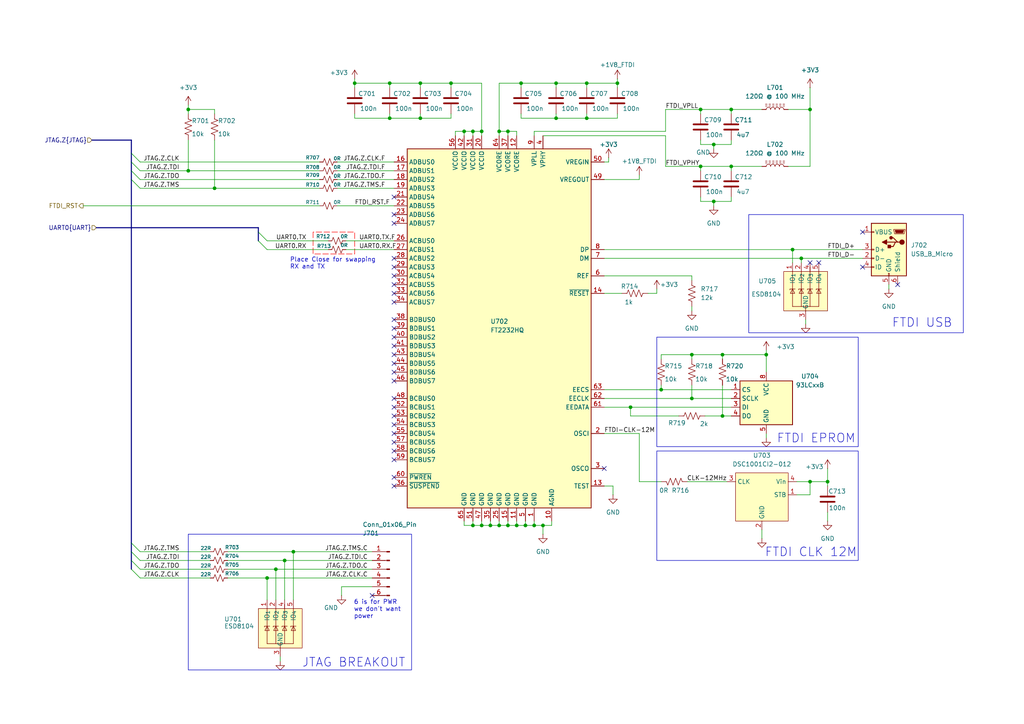
<source format=kicad_sch>
(kicad_sch (version 20250114) (generator "eeschema") (generator_version "9.0")
  (paper "A4")
  (title_block (title "JTAG Proggrammer") (date "2025-09-13") (rev "A"))
  (lib_symbols
    (symbol "Connector:Conn_01x06_Pin" (pin_names (offset 1.016) (hide yes))
      (property "Reference" "J" (at 0 7.62 0))
      (property "Value" "Conn_01x06_Pin" (at 0 -10.16 0))
      (symbol "Conn_01x06_Pin_1_1"
        (rectangle (start 0.8636 5.207) (end 0 4.953) (stroke (width 0.1524)) (fill (type outline)))
        (rectangle (start 0.8636 2.667) (end 0 2.413) (stroke (width 0.1524)) (fill (type outline)))
        (rectangle (start 0.8636 0.127) (end 0 -0.127) (stroke (width 0.1524)) (fill (type outline)))
        (rectangle (start 0.8636 -2.413) (end 0 -2.667) (stroke (width 0.1524)) (fill (type outline)))
        (rectangle (start 0.8636 -4.953) (end 0 -5.207) (stroke (width 0.1524)) (fill (type outline)))
        (rectangle (start 0.8636 -7.493) (end 0 -7.747) (stroke (width 0.1524)) (fill (type outline)))
        (polyline (pts (xy 1.27 5.08) (xy 0.8636 5.08)) (stroke (width 0.1524)))
        (polyline (pts (xy 1.27 2.54) (xy 0.8636 2.54)) (stroke (width 0.1524)))
        (polyline (pts (xy 1.27 0) (xy 0.8636 0)) (stroke (width 0.1524)))
        (polyline (pts (xy 1.27 -2.54) (xy 0.8636 -2.54)) (stroke (width 0.1524)))
        (polyline (pts (xy 1.27 -5.08) (xy 0.8636 -5.08)) (stroke (width 0.1524)))
        (polyline (pts (xy 1.27 -7.62) (xy 0.8636 -7.62)) (stroke (width 0.1524)))
        (pin passive line (at 5.08 5.08 180) (length 3.81) (name "Pin_1") (number "1"))
        (pin passive line (at 5.08 2.54 180) (length 3.81) (name "Pin_2") (number "2"))
        (pin passive line (at 5.08 0 180) (length 3.81) (name "Pin_3") (number "3"))
        (pin passive line (at 5.08 -2.54 180) (length 3.81) (name "Pin_4") (number "4"))
        (pin passive line (at 5.08 -5.08 180) (length 3.81) (name "Pin_5") (number "5"))
        (pin passive line (at 5.08 -7.62 180) (length 3.81) (name "Pin_6") (number "6"))
      )
    )
    (symbol "Connector:USB_B_Micro" (pin_names (offset 1.016))
      (property "Reference" "J" (at -5.08 11.43 0))
      (property "Value" "USB_B_Micro" (at -5.08 8.89 0))
      (symbol "USB_B_Micro_0_1"
        (rectangle (start -5.08 -7.62) (end 5.08 7.62) (stroke (width 0.254)) (fill (type background)))
        (polyline (pts (xy -4.699 5.842) (xy -4.699 5.588) (xy -4.445 4.826) (xy -4.445 4.572) (xy -1.651 4.572) (xy -1.651 4.826) (xy -1.397 5.588) (xy -1.397 5.842) (xy -4.699 5.842)))
        (polyline (pts (xy -4.318 5.588) (xy -1.778 5.588) (xy -2.032 4.826) (xy -4.064 4.826) (xy -4.318 5.588)) (fill (type outline)))
        (circle (center -3.81 2.159) (radius 0.635) (stroke (width 0.254)) (fill (type outline)))
        (polyline (pts (xy -3.175 2.159) (xy -2.54 2.159) (xy -1.27 3.429) (xy -0.635 3.429)) (stroke (width 0.254)))
        (polyline (pts (xy -2.54 2.159) (xy -1.905 2.159) (xy -1.27 0.889) (xy 0 0.889)) (stroke (width 0.254)))
        (polyline (pts (xy -1.905 2.159) (xy 0.635 2.159)) (stroke (width 0.254)))
        (circle (center -0.635 3.429) (radius 0.381) (stroke (width 0.254)) (fill (type outline)))
        (rectangle (start -0.127 -7.62) (end 0.127 -6.858))
        (rectangle (start 0.254 1.27) (end -0.508 0.508) (stroke (width 0.254)) (fill (type outline)))
        (polyline (pts (xy 0.635 2.794) (xy 0.635 1.524) (xy 1.905 2.159) (xy 0.635 2.794)) (stroke (width 0.254)) (fill (type outline)))
        (rectangle (start 5.08 4.953) (end 4.318 5.207))
        (rectangle (start 5.08 -0.127) (end 4.318 0.127))
        (rectangle (start 5.08 -2.667) (end 4.318 -2.413))
        (rectangle (start 5.08 -5.207) (end 4.318 -4.953))
      )
      (symbol "USB_B_Micro_1_1"
        (pin passive line (at -2.54 -10.16 90) (length 2.54) (name "Shield") (number "6"))
        (pin power_out line (at 0 -10.16 90) (length 2.54) (name "GND") (number "5"))
        (pin power_out line (at 7.62 5.08 180) (length 2.54) (name "VBUS") (number "1"))
        (pin bidirectional line (at 7.62 0 180) (length 2.54) (name "D+") (number "3"))
        (pin bidirectional line (at 7.62 -2.54 180) (length 2.54) (name "D-") (number "2"))
        (pin passive line (at 7.62 -5.08 180) (length 2.54) (name "ID") (number "4"))
      )
    )
    (symbol "Device:C" (pin_numbers (hide yes)) (pin_names (offset 0.254))
      (property "Reference" "C" (at 0.635 2.54 0))
      (property "Value" "C" (at 0.635 -2.54 0))
      (symbol "C_0_1"
        (polyline (pts (xy -2.032 0.762) (xy 2.032 0.762)) (stroke (width 0.508)))
        (polyline (pts (xy -2.032 -0.762) (xy 2.032 -0.762)) (stroke (width 0.508)))
      )
      (symbol "C_1_1"
        (pin passive line (at 0 3.81 270) (length 2.794) (name "~") (number "1"))
        (pin passive line (at 0 -3.81 90) (length 2.794) (name "~") (number "2"))
      )
    )
    (symbol "Device:L_Ferrite" (pin_numbers (hide yes)) (pin_names (offset 1.016) (hide yes))
      (property "Reference" "L" (at -1.27 0 90))
      (property "Value" "L_Ferrite" (at 2.794 0 90))
      (symbol "L_Ferrite_0_1"
        (arc (start 0 2.54) (mid 0.6323 1.905) (end 0 1.27))
        (arc (start 0 1.27) (mid 0.6323 0.635) (end 0 0))
        (arc (start 0 0) (mid 0.6323 -0.635) (end 0 -1.27))
        (arc (start 0 -1.27) (mid 0.6323 -1.905) (end 0 -2.54))
        (polyline (pts (xy 1.016 2.286) (xy 1.016 2.794)))
        (polyline (pts (xy 1.016 1.27) (xy 1.016 1.778)))
        (polyline (pts (xy 1.016 0.254) (xy 1.016 0.762)))
        (polyline (pts (xy 1.016 -0.762) (xy 1.016 -0.254)))
        (polyline (pts (xy 1.016 -1.778) (xy 1.016 -1.27)))
        (polyline (pts (xy 1.016 -2.794) (xy 1.016 -2.286)))
        (polyline (pts (xy 1.524 2.794) (xy 1.524 2.286)))
        (polyline (pts (xy 1.524 1.778) (xy 1.524 1.27)))
        (polyline (pts (xy 1.524 0.762) (xy 1.524 0.254)))
        (polyline (pts (xy 1.524 -0.254) (xy 1.524 -0.762)))
        (polyline (pts (xy 1.524 -1.27) (xy 1.524 -1.778)))
        (polyline (pts (xy 1.524 -2.286) (xy 1.524 -2.794)))
      )
      (symbol "L_Ferrite_1_1"
        (pin passive line (at 0 3.81 270) (length 1.27) (name "1") (number "1"))
        (pin passive line (at 0 -3.81 90) (length 1.27) (name "2") (number "2"))
      )
    )
    (symbol "Device:R_Small_US" (pin_numbers (hide yes)) (pin_names (offset 0.254) (hide yes))
      (property "Reference" "R" (at 0.762 0.508 0))
      (property "Value" "R_Small_US" (at 0.762 -1.016 0))
      (symbol "R_Small_US_1_1"
        (polyline (pts (xy 0 1.524) (xy 1.016 1.143) (xy 0 0.762) (xy -1.016 0.381) (xy 0 0)))
        (polyline (pts (xy 0 0) (xy 1.016 -0.381) (xy 0 -0.762) (xy -1.016 -1.143) (xy 0 -1.524)))
        (pin passive line (at 0 2.54 270) (length 1.016) (name "~") (number "1"))
        (pin passive line (at 0 -2.54 90) (length 1.016) (name "~") (number "2"))
      )
    )
    (symbol "Device:R_US" (pin_numbers (hide yes)) (pin_names (offset 0))
      (property "Reference" "R" (at 2.54 0 90))
      (property "Value" "R_US" (at -2.54 0 90))
      (symbol "R_US_0_1"
        (polyline (pts (xy 0 2.286) (xy 0 2.54)))
        (polyline (pts (xy 0 2.286) (xy 1.016 1.905) (xy 0 1.524) (xy -1.016 1.143) (xy 0 0.762)))
        (polyline (pts (xy 0 0.762) (xy 1.016 0.381) (xy 0 0) (xy -1.016 -0.381) (xy 0 -0.762)))
        (polyline (pts (xy 0 -0.762) (xy 1.016 -1.143) (xy 0 -1.524) (xy -1.016 -1.905) (xy 0 -2.286)))
        (polyline (pts (xy 0 -2.286) (xy 0 -2.54)))
      )
      (symbol "R_US_1_1"
        (pin passive line (at 0 3.81 270) (length 1.27) (name "~") (number "1"))
        (pin passive line (at 0 -3.81 90) (length 1.27) (name "~") (number "2"))
      )
    )
    (symbol "Interface_USB:FT2232HQ"
      (property "Reference" "U702" (at 2.54 2.032 0))
      (property "Value" "FT2232HQ" (at 2.54 -0.508 0))
      (symbol "FT2232HQ_0_1"
        (rectangle (start -26.67 -52.07) (end 26.67 52.07) (stroke (width 0.254)) (fill (type background)))
      )
      (symbol "FT2232HQ_1_1"
        (pin power_in line (at -30.48 48.26 0) (length 3.81) (name "VREGIN") (number "50"))
        (pin power_out line (at -30.48 43.18 0) (length 3.81) (name "VREGOUT") (number "49"))
        (pin bidirectional line (at -30.48 22.86 0) (length 3.81) (name "DP") (number "8"))
        (pin bidirectional line (at -30.48 20.32 0) (length 3.81) (name "DM") (number "7"))
        (pin output line (at -30.48 15.24 0) (length 3.81) (name "REF") (number "6"))
        (pin input line (at -30.48 10.16 0) (length 3.81) (name "~{RESET}") (number "14"))
        (pin output line (at -30.48 -17.78 0) (length 3.81) (name "EECS") (number "63"))
        (pin output line (at -30.48 -20.32 0) (length 3.81) (name "EECLK") (number "62"))
        (pin bidirectional line (at -30.48 -22.86 0) (length 3.81) (name "EEDATA") (number "61"))
        (pin input line (at -30.48 -30.48 0) (length 3.81) (name "OSCI") (number "2"))
        (pin output line (at -30.48 -40.64 0) (length 3.81) (name "OSCO") (number "3"))
        (pin input line (at -30.48 -45.72 0) (length 3.81) (name "TEST") (number "13"))
        (pin power_in line (at -15.24 -55.88 90) (length 3.81) (name "AGND") (number "10"))
        (pin power_in line (at -12.7 55.88 270) (length 3.81) (name "VPHY") (number "4"))
        (pin input line (at -10.16 55.88 270) (length 3.81) (name "VPLL") (number "9"))
        (pin power_in line (at -10.16 -55.88 90) (length 3.81) (name "GND") (number "1"))
        (pin power_in line (at -7.62 -55.88 90) (length 3.81) (name "GND") (number "5"))
        (pin power_in line (at -5.08 55.88 270) (length 3.81) (name "VCORE") (number "12"))
        (pin power_in line (at -5.08 -55.88 90) (length 3.81) (name "GND") (number "11"))
        (pin power_in line (at -2.54 55.88 270) (length 3.81) (name "VCORE") (number "37"))
        (pin power_in line (at -2.54 -55.88 90) (length 3.81) (name "GND") (number "15"))
        (pin power_in line (at 0 55.88 270) (length 3.81) (name "VCORE") (number "64"))
        (pin power_in line (at 0 -55.88 90) (length 3.81) (name "GND") (number "25"))
        (pin power_in line (at 2.54 -55.88 90) (length 3.81) (name "GND") (number "35"))
        (pin power_in line (at 5.08 55.88 270) (length 3.81) (name "VCCIO") (number "20"))
        (pin power_in line (at 5.08 -55.88 90) (length 3.81) (name "GND") (number "47"))
        (pin power_in line (at 7.62 55.88 270) (length 3.81) (name "VCCIO") (number "31"))
        (pin power_in line (at 7.62 -55.88 90) (length 3.81) (name "GND") (number "51"))
        (pin power_in line (at 10.16 55.88 270) (length 3.81) (name "VCCIO") (number "42"))
        (pin power_in line (at 10.16 -55.88 90) (length 3.81) (name "GND") (number "65"))
        (pin power_in line (at 12.7 55.88 270) (length 3.81) (name "VCCIO") (number "56"))
        (pin bidirectional line (at 30.48 48.26 180) (length 3.81) (name "ADBUS0") (number "16"))
        (pin bidirectional line (at 30.48 45.72 180) (length 3.81) (name "ADBUS1") (number "17"))
        (pin bidirectional line (at 30.48 43.18 180) (length 3.81) (name "ADBUS2") (number "18"))
        (pin bidirectional line (at 30.48 40.64 180) (length 3.81) (name "ADBUS3") (number "19"))
        (pin bidirectional line (at 30.48 38.1 180) (length 3.81) (name "ADBUS4") (number "21"))
        (pin bidirectional line (at 30.48 35.56 180) (length 3.81) (name "ADBUS5") (number "22"))
        (pin bidirectional line (at 30.48 33.02 180) (length 3.81) (name "ADBUS6") (number "23"))
        (pin bidirectional line (at 30.48 30.48 180) (length 3.81) (name "ADBUS7") (number "24"))
        (pin bidirectional line (at 30.48 25.4 180) (length 3.81) (name "ACBUS0") (number "26"))
        (pin bidirectional line (at 30.48 22.86 180) (length 3.81) (name "ACBUS1") (number "27"))
        (pin bidirectional line (at 30.48 20.32 180) (length 3.81) (name "ACBUS2") (number "28"))
        (pin bidirectional line (at 30.48 17.78 180) (length 3.81) (name "ACBUS3") (number "29"))
        (pin bidirectional line (at 30.48 15.24 180) (length 3.81) (name "ACBUS4") (number "30"))
        (pin bidirectional line (at 30.48 12.7 180) (length 3.81) (name "ACBUS5") (number "32"))
        (pin bidirectional line (at 30.48 10.16 180) (length 3.81) (name "ACBUS6") (number "33"))
        (pin bidirectional line (at 30.48 7.62 180) (length 3.81) (name "ACBUS7") (number "34"))
        (pin bidirectional line (at 30.48 2.54 180) (length 3.81) (name "BDBUS0") (number "38"))
        (pin bidirectional line (at 30.48 0 180) (length 3.81) (name "BDBUS1") (number "39"))
        (pin bidirectional line (at 30.48 -2.54 180) (length 3.81) (name "BDBUS2") (number "40"))
        (pin bidirectional line (at 30.48 -5.08 180) (length 3.81) (name "BDBUS3") (number "41"))
        (pin bidirectional line (at 30.48 -7.62 180) (length 3.81) (name "BDBUS4") (number "43"))
        (pin bidirectional line (at 30.48 -10.16 180) (length 3.81) (name "BDBUS5") (number "44"))
        (pin bidirectional line (at 30.48 -12.7 180) (length 3.81) (name "BDBUS6") (number "45"))
        (pin bidirectional line (at 30.48 -15.24 180) (length 3.81) (name "BDBUS7") (number "46"))
        (pin bidirectional line (at 30.48 -20.32 180) (length 3.81) (name "BCBUS0") (number "48"))
        (pin bidirectional line (at 30.48 -22.86 180) (length 3.81) (name "BCBUS1") (number "52"))
        (pin bidirectional line (at 30.48 -25.4 180) (length 3.81) (name "BCBUS2") (number "53"))
        (pin bidirectional line (at 30.48 -27.94 180) (length 3.81) (name "BCBUS3") (number "54"))
        (pin bidirectional line (at 30.48 -30.48 180) (length 3.81) (name "BCBUS4") (number "55"))
        (pin bidirectional line (at 30.48 -33.02 180) (length 3.81) (name "BCBUS5") (number "57"))
        (pin bidirectional line (at 30.48 -35.56 180) (length 3.81) (name "BCBUS6") (number "58"))
        (pin bidirectional line (at 30.48 -38.1 180) (length 3.81) (name "BCBUS7") (number "59"))
        (pin output line (at 30.48 -43.18 180) (length 3.81) (name "~{PWREN}") (number "60"))
        (pin output line (at 30.48 -45.72 180) (length 3.81) (name "~{SUSPEND}") (number "36"))
      )
    )
    (symbol "Memory_EEPROM:93LCxxB"
      (property "Reference" "U704" (at -12.7 8.9602 0))
      (property "Value" "93LCxxB" (at -12.7 6.4202 0))
      (symbol "93LCxxB_1_1"
        (rectangle (start -7.62 7.62) (end 7.62 -5.08) (stroke (width 0.254)) (fill (type background)))
        (pin no_connect line (at -7.62 0 0) (length 2.54) (hide yes) (name "NC") (number "6"))
        (pin no_connect line (at -7.62 -2.54 0) (length 2.54) (hide yes) (name "NC") (number "7"))
        (pin power_in line (at 0 10.16 270) (length 2.54) (name "VCC") (number "8"))
        (pin power_in line (at 0 -7.62 90) (length 2.54) (name "GND") (number "5"))
        (pin input line (at 10.16 5.08 180) (length 2.54) (name "CS") (number "1"))
        (pin input line (at 10.16 2.54 180) (length 2.54) (name "SCLK") (number "2"))
        (pin input line (at 10.16 0 180) (length 2.54) (name "DI") (number "3"))
        (pin tri_state line (at 10.16 -2.54 180) (length 2.54) (name "DO") (number "4"))
      )
    )
    (symbol "other:DSC1001CI2-033.3300"
      (property "Reference" "U" (at 0 10.16 0))
      (property "Value" "DSC1001CI2-033.3300" (at -0.254 7.62 0))
      (symbol "DSC1001CI2-033.3300_1_1"
        (rectangle (start -7.62 6.35) (end 7.62 -7.62) (fill (type background)))
        (pin power_in line (at -10.16 3.81 0) (length 2.54) (name "Vin") (number "4"))
        (pin input line (at -10.16 0 0) (length 2.54) (name "STB") (number "1"))
        (pin power_in line (at 0 -10.16 90) (length 2.54) (name "GND") (number "2"))
        (pin output line (at 10.16 3.81 180) (length 2.54) (name "CLK") (number "3"))
      )
    )
    (symbol "other:ESD8104"
      (property "Reference" "U" (at -9.652 -7.112 0))
      (property "Value" "ESD8104" (at -11.43 -3.81 0))
      (symbol "ESD8104_0_1"
        (polyline (pts (xy -3.81 1.27) (xy -3.81 -8.89)))
        (polyline (pts (xy -3.81 -3.81) (xy -3.175 -5.08) (xy -4.445 -5.08) (xy -3.81 -3.81)))
        (polyline (pts (xy -3.81 -8.89) (xy 3.81 -8.89)))
        (polyline (pts (xy -3.048 -3.81) (xy -4.572 -3.81) (xy -4.572 -4.064)))
        (polyline (pts (xy -1.27 1.27) (xy -1.27 -8.89)))
        (polyline (pts (xy -1.27 -3.81) (xy -0.635 -5.08) (xy -1.905 -5.08) (xy -1.27 -3.81)))
        (polyline (pts (xy -0.508 -3.81) (xy -2.032 -3.81) (xy -2.032 -4.064)))
        (polyline (pts (xy 0 -10.414) (xy 0 -8.89)))
        (polyline (pts (xy 1.27 2.54) (xy 1.27 -8.89)))
        (polyline (pts (xy 1.27 -3.81) (xy 1.905 -5.08) (xy 0.635 -5.08) (xy 1.27 -3.81)))
        (polyline (pts (xy 2.032 -3.81) (xy 0.508 -3.81) (xy 0.508 -4.064)))
        (polyline (pts (xy 3.81 1.27) (xy 3.81 -8.89)))
        (polyline (pts (xy 3.81 -3.81) (xy 4.445 -5.08) (xy 3.175 -5.08) (xy 3.81 -3.81)))
        (polyline (pts (xy 4.572 -3.81) (xy 3.048 -3.81) (xy 3.048 -4.064)))
      )
      (symbol "ESD8104_1_1"
        (rectangle (start -6.35 1.27) (end 6.35 -10.16) (fill (type background)))
        (pin bidirectional line (at -3.81 3.81 270) (length 2.54) (name "IO_{1}") (number "1"))
        (pin bidirectional line (at -3.81 3.81 270) (length 2.54) (hide yes) (name "N/C") (number "10"))
        (pin bidirectional line (at -1.27 3.81 270) (length 2.54) (name "IO_{2}") (number "2"))
        (pin bidirectional line (at -1.27 3.81 270) (length 2.54) (hide yes) (name "N/C") (number "9"))
        (pin power_in line (at 0 -12.7 90) (length 2.54) (name "GND") (number "3"))
        (pin power_in line (at 0 -12.7 90) (length 2.54) (hide yes) (name "GND") (number "8"))
        (pin bidirectional line (at 1.27 3.81 270) (length 2.54) (name "IO_{3}") (number "4"))
        (pin bidirectional line (at 1.27 3.81 270) (length 2.54) (hide yes) (name "N/C") (number "7"))
        (pin bidirectional line (at 3.81 3.81 270) (length 2.54) (name "IO_{4}") (number "5"))
        (pin bidirectional line (at 3.81 3.81 270) (length 2.54) (hide yes) (name "N/C") (number "6"))
      )
    )
    (symbol "power:+1V8" (power) (pin_numbers (hide yes)) (pin_names (offset 0) (hide yes))
      (property "Value" "+1V8" (at 0 3.556 0))
      (symbol "+1V8_0_1"
        (polyline (pts (xy -0.762 1.27) (xy 0 2.54)))
        (polyline (pts (xy 0 2.54) (xy 0.762 1.27)))
        (polyline (pts (xy 0 0) (xy 0 2.54)))
      )
      (symbol "+1V8_1_1"
        (pin power_in line (at 0 0 90) (length 0) (name "~") (number "1"))
      )
    )
    (symbol "power:+3.3V" (power) (pin_numbers (hide yes)) (pin_names (offset 0) (hide yes))
      (property "Value" "+3.3V" (at 0 3.556 0))
      (symbol "+3.3V_0_1"
        (polyline (pts (xy -0.762 1.27) (xy 0 2.54)))
        (polyline (pts (xy 0 2.54) (xy 0.762 1.27)))
        (polyline (pts (xy 0 0) (xy 0 2.54)))
      )
      (symbol "+3.3V_1_1"
        (pin power_in line (at 0 0 90) (length 0) (name "~") (number "1"))
      )
    )
    (symbol "power:GND" (power) (pin_numbers (hide yes)) (pin_names (offset 0) (hide yes))
      (property "Value" "GND" (at 0 -3.81 0))
      (symbol "GND_0_1"
        (polyline (pts (xy 0 0) (xy 0 -1.27) (xy 1.27 -1.27) (xy 0 -2.54) (xy -1.27 -1.27) (xy 0 -1.27)))
      )
      (symbol "GND_1_1"
        (pin power_in line (at 0 0 270) (length 0) (name "~") (number "1"))
      )
    )
  )
  (rectangle (start 217.17 62.23) (end 279.4 96.52))
  (rectangle (start 190.5 130.81) (end 248.92 162.56))
  (rectangle (start 190.5 97.79) (end 248.92 129.54))
  (rectangle (start 54.61 154.94) (end 119.38 194.31))
  (text "FTDI EPROM" (at 236.728 127.254 0) (effects (font (size 2.54 2.54))))
  (text "JTAG BREAKOUT" (at 102.616 192.278 0) (effects (font (size 2.54 2.54))))
  (text "FTDI USB" (at 267.462 93.726 0) (effects (font (size 2.54 2.54))))
  (text "6 is for PWR\nwe don't want\npower" (at 102.616 176.784 0) (effects (font (size 1.27 1.27)) (justify left)))
  (text "Place Close for swapping \nRX and TX" (at 84.074 76.454 0) (effects (font (size 1.27 1.27)) (justify left)))
  (text "FTDI CLK 12M" (at 235.204 160.274 0) (effects (font (size 2.54 2.54))))
  (junction (at 207.01 41.91))
  (junction (at 170.18 34.29))
  (junction (at 209.55 102.87))
  (junction (at 234.95 139.7))
  (junction (at 170.18 24.13))
  (junction (at 212.09 31.75))
  (junction (at 121.92 34.29))
  (junction (at 151.13 24.13))
  (junction (at 113.03 34.29))
  (junction (at 212.09 48.26))
  (junction (at 77.47 167.64))
  (junction (at 139.7 152.4))
  (junction (at 232.41 74.93))
  (junction (at 209.55 120.65))
  (junction (at 200.66 115.57))
  (junction (at 142.24 152.4))
  (junction (at 149.86 152.4))
  (junction (at 152.4 152.4))
  (junction (at 203.2 31.75))
  (junction (at 200.66 102.87))
  (junction (at 113.03 24.13))
  (junction (at 222.25 102.87))
  (junction (at 137.16 38.1))
  (junction (at 130.81 24.13))
  (junction (at 203.2 48.26))
  (junction (at 229.87 72.39))
  (junction (at 144.78 38.1))
  (junction (at 85.09 160.02))
  (junction (at 147.32 152.4))
  (junction (at 80.01 165.1))
  (junction (at 134.62 38.1))
  (junction (at 161.29 24.13))
  (junction (at 62.23 54.61))
  (junction (at 179.07 24.13))
  (junction (at 191.77 113.03))
  (junction (at 207.01 58.42))
  (junction (at 154.94 152.4))
  (junction (at 137.16 152.4))
  (junction (at 147.32 38.1))
  (junction (at 234.95 31.75))
  (junction (at 240.03 139.7))
  (junction (at 144.78 152.4))
  (junction (at 161.29 34.29))
  (junction (at 82.55 162.56))
  (junction (at 54.61 49.53))
  (junction (at 139.7 38.1))
  (junction (at 157.48 152.4))
  (junction (at 102.87 24.13))
  (junction (at 121.92 24.13))
  (junction (at 182.88 118.11))
  (junction (at 54.61 31.75))
  (no_connect (at 114.3 130.81))
  (no_connect (at 114.3 110.49))
  (no_connect (at 114.3 115.57))
  (no_connect (at 250.19 77.47))
  (no_connect (at 114.3 82.55))
  (no_connect (at 114.3 118.11))
  (no_connect (at 237.49 76.2))
  (no_connect (at 114.3 97.79))
  (no_connect (at 114.3 62.23))
  (no_connect (at 114.3 138.43))
  (no_connect (at 250.19 67.31))
  (no_connect (at 234.95 76.2))
  (no_connect (at 114.3 87.63))
  (no_connect (at 114.3 128.27))
  (no_connect (at 114.3 64.77))
  (no_connect (at 114.3 74.93))
  (no_connect (at 107.95 172.72))
  (no_connect (at 114.3 92.71))
  (no_connect (at 114.3 102.87))
  (no_connect (at 114.3 140.97))
  (no_connect (at 114.3 133.35))
  (no_connect (at 114.3 120.65))
  (no_connect (at 114.3 123.19))
  (no_connect (at 114.3 57.15))
  (no_connect (at 114.3 80.01))
  (no_connect (at 114.3 107.95))
  (no_connect (at 260.35 82.55))
  (no_connect (at 175.26 135.89))
  (no_connect (at 114.3 125.73))
  (no_connect (at 114.3 100.33))
  (no_connect (at 114.3 85.09))
  (no_connect (at 114.3 105.41))
  (no_connect (at 114.3 77.47))
  (no_connect (at 114.3 95.25))
  (bus_entry (at 38.1 46.99) (size 2.54 2.54))
  (bus_entry (at 74.93 69.85) (size 2.54 2.54))
  (bus_entry (at 74.93 67.31) (size 2.54 2.54))
  (bus_entry (at 38.1 52.07) (size 2.54 2.54))
  (bus_entry (at 38.1 165.1) (size 2.54 2.54))
  (bus_entry (at 38.1 162.56) (size 2.54 2.54))
  (bus_entry (at 38.1 44.45) (size 2.54 2.54))
  (bus_entry (at 38.1 157.48) (size 2.54 2.54))
  (bus_entry (at 38.1 49.53) (size 2.54 2.54))
  (bus_entry (at 38.1 160.02) (size 2.54 2.54))
  (wire (pts (xy 161.29 24.13) (xy 161.29 25.4)))
  (wire (pts (xy 121.92 34.29) (xy 121.92 33.02)))
  (wire (pts (xy 147.32 152.4) (xy 147.32 151.13)))
  (wire (pts (xy 121.92 24.13) (xy 130.81 24.13)))
  (bus (pts (xy 38.1 44.45) (xy 38.1 46.99)))
  (wire (pts (xy 232.41 74.93) (xy 232.41 76.2)))
  (wire (pts (xy 222.25 102.87) (xy 222.25 107.95)))
  (wire (pts (xy 212.09 41.91) (xy 212.09 40.64)))
  (wire (pts (xy 234.95 139.7) (xy 231.14 139.7)))
  (wire (pts (xy 142.24 152.4) (xy 144.78 152.4)))
  (wire (pts (xy 102.87 34.29) (xy 102.87 33.02)))
  (wire (pts (xy 185.42 139.7) (xy 185.42 125.73)))
  (bus (pts (xy 74.93 67.31) (xy 74.93 69.85)))
  (wire (pts (xy 99.06 172.72) (xy 99.06 170.18)))
  (wire (pts (xy 144.78 38.1) (xy 147.32 38.1)))
  (wire (pts (xy 152.4 152.4) (xy 152.4 151.13)))
  (wire (pts (xy 175.26 80.01) (xy 200.66 80.01)))
  (wire (pts (xy 176.53 45.72) (xy 176.53 46.99)))
  (wire (pts (xy 151.13 34.29) (xy 151.13 33.02)))
  (wire (pts (xy 40.64 54.61) (xy 62.23 54.61)))
  (wire (pts (xy 233.68 92.71) (xy 233.68 93.98)))
  (wire (pts (xy 212.09 48.26) (xy 220.98 48.26)))
  (wire (pts (xy 130.81 34.29) (xy 130.81 33.02)))
  (wire (pts (xy 175.26 115.57) (xy 200.66 115.57)))
  (wire (pts (xy 40.64 49.53) (xy 54.61 49.53)))
  (wire (pts (xy 40.64 52.07) (xy 92.71 52.07)))
  (wire (pts (xy 102.87 24.13) (xy 113.03 24.13)))
  (wire (pts (xy 203.2 41.91) (xy 203.2 40.64)))
  (wire (pts (xy 157.48 152.4) (xy 157.48 154.94)))
  (wire (pts (xy 134.62 151.13) (xy 134.62 152.4)))
  (wire (pts (xy 102.87 24.13) (xy 102.87 25.4)))
  (wire (pts (xy 207.01 41.91) (xy 207.01 43.18)))
  (wire (pts (xy 175.26 113.03) (xy 191.77 113.03)))
  (wire (pts (xy 200.66 102.87) (xy 200.66 104.14)))
  (wire (pts (xy 177.8 140.97) (xy 175.26 140.97)))
  (wire (pts (xy 40.64 165.1) (xy 60.96 165.1)))
  (wire (pts (xy 139.7 152.4) (xy 142.24 152.4)))
  (bus (pts (xy 38.1 160.02) (xy 38.1 162.56)))
  (bus (pts (xy 38.1 162.56) (xy 38.1 165.1)))
  (wire (pts (xy 196.85 120.65) (xy 182.88 120.65)))
  (wire (pts (xy 170.18 34.29) (xy 170.18 33.02)))
  (wire (pts (xy 24.13 59.69) (xy 92.71 59.69)))
  (wire (pts (xy 134.62 152.4) (xy 137.16 152.4)))
  (wire (pts (xy 99.06 170.18) (xy 107.95 170.18)))
  (wire (pts (xy 193.04 31.75) (xy 203.2 31.75)))
  (wire (pts (xy 185.42 139.7) (xy 191.77 139.7)))
  (wire (pts (xy 182.88 118.11) (xy 212.09 118.11)))
  (wire (pts (xy 229.87 72.39) (xy 229.87 76.2)))
  (wire (pts (xy 134.62 38.1) (xy 137.16 38.1)))
  (wire (pts (xy 149.86 152.4) (xy 149.86 151.13)))
  (wire (pts (xy 97.79 46.99) (xy 114.3 46.99)))
  (wire (pts (xy 80.01 165.1) (xy 80.01 173.99)))
  (wire (pts (xy 102.87 34.29) (xy 113.03 34.29)))
  (wire (pts (xy 185.42 50.8) (xy 185.42 52.07)))
  (wire (pts (xy 66.04 165.1) (xy 80.01 165.1)))
  (wire (pts (xy 62.23 40.64) (xy 62.23 54.61)))
  (wire (pts (xy 144.78 24.13) (xy 151.13 24.13)))
  (wire (pts (xy 144.78 152.4) (xy 147.32 152.4)))
  (wire (pts (xy 240.03 140.97) (xy 240.03 139.7)))
  (wire (pts (xy 132.08 38.1) (xy 132.08 39.37)))
  (wire (pts (xy 100.33 72.39) (xy 114.3 72.39)))
  (wire (pts (xy 212.09 58.42) (xy 212.09 57.15)))
  (wire (pts (xy 175.26 72.39) (xy 229.87 72.39)))
  (wire (pts (xy 82.55 162.56) (xy 107.95 162.56)))
  (wire (pts (xy 132.08 38.1) (xy 134.62 38.1)))
  (wire (pts (xy 222.25 127) (xy 222.25 125.73)))
  (wire (pts (xy 113.03 24.13) (xy 113.03 25.4)))
  (wire (pts (xy 154.94 39.37) (xy 154.94 38.1)))
  (wire (pts (xy 228.6 31.75) (xy 234.95 31.75)))
  (wire (pts (xy 234.95 143.51) (xy 234.95 139.7)))
  (wire (pts (xy 40.64 46.99) (xy 92.71 46.99)))
  (wire (pts (xy 209.55 102.87) (xy 209.55 104.14)))
  (wire (pts (xy 203.2 48.26) (xy 203.2 49.53)))
  (wire (pts (xy 200.66 88.9) (xy 200.66 90.17)))
  (wire (pts (xy 97.79 52.07) (xy 114.3 52.07)))
  (wire (pts (xy 179.07 22.86) (xy 179.07 24.13)))
  (wire (pts (xy 182.88 120.65) (xy 182.88 118.11)))
  (wire (pts (xy 177.8 143.51) (xy 177.8 140.97)))
  (wire (pts (xy 175.26 74.93) (xy 232.41 74.93)))
  (wire (pts (xy 137.16 152.4) (xy 137.16 151.13)))
  (wire (pts (xy 40.64 160.02) (xy 60.96 160.02)))
  (wire (pts (xy 209.55 120.65) (xy 212.09 120.65)))
  (wire (pts (xy 200.66 111.76) (xy 200.66 115.57)))
  (wire (pts (xy 154.94 152.4) (xy 157.48 152.4)))
  (wire (pts (xy 40.64 167.64) (xy 60.96 167.64)))
  (wire (pts (xy 203.2 31.75) (xy 203.2 33.02)))
  (wire (pts (xy 139.7 152.4) (xy 139.7 151.13)))
  (bus (pts (xy 38.1 46.99) (xy 38.1 49.53)))
  (wire (pts (xy 54.61 31.75) (xy 54.61 33.02)))
  (wire (pts (xy 161.29 34.29) (xy 161.29 33.02)))
  (wire (pts (xy 203.2 58.42) (xy 207.01 58.42)))
  (wire (pts (xy 54.61 31.75) (xy 62.23 31.75)))
  (bus (pts (xy 38.1 40.64) (xy 38.1 44.45)))
  (wire (pts (xy 77.47 167.64) (xy 77.47 173.99)))
  (wire (pts (xy 193.04 39.37) (xy 157.48 39.37)))
  (wire (pts (xy 203.2 31.75) (xy 212.09 31.75)))
  (wire (pts (xy 147.32 38.1) (xy 147.32 39.37)))
  (wire (pts (xy 147.32 38.1) (xy 149.86 38.1)))
  (wire (pts (xy 182.88 118.11) (xy 175.26 118.11)))
  (wire (pts (xy 212.09 48.26) (xy 212.09 49.53)))
  (wire (pts (xy 228.6 48.26) (xy 234.95 48.26)))
  (wire (pts (xy 134.62 38.1) (xy 134.62 39.37)))
  (wire (pts (xy 231.14 143.51) (xy 234.95 143.51)))
  (wire (pts (xy 113.03 34.29) (xy 121.92 34.29)))
  (wire (pts (xy 149.86 152.4) (xy 152.4 152.4)))
  (wire (pts (xy 102.87 22.86) (xy 102.87 24.13)))
  (wire (pts (xy 85.09 160.02) (xy 85.09 173.99)))
  (wire (pts (xy 151.13 24.13) (xy 161.29 24.13)))
  (wire (pts (xy 257.81 82.55) (xy 257.81 83.82)))
  (wire (pts (xy 152.4 152.4) (xy 154.94 152.4)))
  (wire (pts (xy 54.61 49.53) (xy 92.71 49.53)))
  (wire (pts (xy 203.2 41.91) (xy 207.01 41.91)))
  (wire (pts (xy 179.07 24.13) (xy 179.07 25.4)))
  (wire (pts (xy 193.04 38.1) (xy 193.04 31.75)))
  (wire (pts (xy 179.07 34.29) (xy 179.07 33.02)))
  (wire (pts (xy 139.7 38.1) (xy 139.7 39.37)))
  (wire (pts (xy 200.66 115.57) (xy 212.09 115.57)))
  (wire (pts (xy 170.18 24.13) (xy 179.07 24.13)))
  (wire (pts (xy 220.98 153.67) (xy 220.98 156.21)))
  (bus (pts (xy 38.1 52.07) (xy 38.1 157.48)))
  (wire (pts (xy 62.23 54.61) (xy 92.71 54.61)))
  (wire (pts (xy 97.79 49.53) (xy 114.3 49.53)))
  (wire (pts (xy 175.26 85.09) (xy 180.34 85.09)))
  (wire (pts (xy 176.53 46.99) (xy 175.26 46.99)))
  (wire (pts (xy 77.47 167.64) (xy 107.95 167.64)))
  (wire (pts (xy 139.7 24.13) (xy 139.7 38.1)))
  (wire (pts (xy 161.29 34.29) (xy 170.18 34.29)))
  (wire (pts (xy 113.03 34.29) (xy 113.03 33.02)))
  (wire (pts (xy 200.66 102.87) (xy 209.55 102.87)))
  (wire (pts (xy 80.01 165.1) (xy 107.95 165.1)))
  (wire (pts (xy 212.09 31.75) (xy 212.09 33.02)))
  (wire (pts (xy 97.79 54.61) (xy 114.3 54.61)))
  (bus (pts (xy 74.93 66.04) (xy 74.93 67.31)))
  (wire (pts (xy 144.78 38.1) (xy 144.78 39.37)))
  (wire (pts (xy 144.78 152.4) (xy 144.78 151.13)))
  (wire (pts (xy 185.42 52.07) (xy 175.26 52.07)))
  (wire (pts (xy 191.77 102.87) (xy 191.77 104.14)))
  (wire (pts (xy 185.42 125.73) (xy 175.26 125.73)))
  (wire (pts (xy 240.03 139.7) (xy 234.95 139.7)))
  (wire (pts (xy 142.24 152.4) (xy 142.24 151.13)))
  (bus (pts (xy 27.94 66.04) (xy 74.93 66.04)))
  (wire (pts (xy 85.09 160.02) (xy 107.95 160.02)))
  (wire (pts (xy 204.47 120.65) (xy 209.55 120.65)))
  (wire (pts (xy 137.16 38.1) (xy 137.16 39.37)))
  (wire (pts (xy 209.55 111.76) (xy 209.55 120.65)))
  (wire (pts (xy 157.48 152.4) (xy 160.02 152.4)))
  (wire (pts (xy 130.81 24.13) (xy 130.81 25.4)))
  (wire (pts (xy 190.5 85.09) (xy 187.96 85.09)))
  (wire (pts (xy 207.01 59.69) (xy 207.01 58.42)))
  (wire (pts (xy 66.04 160.02) (xy 85.09 160.02)))
  (wire (pts (xy 203.2 48.26) (xy 193.04 48.26)))
  (bus (pts (xy 38.1 49.53) (xy 38.1 52.07)))
  (wire (pts (xy 54.61 30.48) (xy 54.61 31.75)))
  (wire (pts (xy 160.02 152.4) (xy 160.02 151.13)))
  (wire (pts (xy 62.23 33.02) (xy 62.23 31.75)))
  (wire (pts (xy 113.03 24.13) (xy 121.92 24.13)))
  (wire (pts (xy 147.32 152.4) (xy 149.86 152.4)))
  (wire (pts (xy 77.47 69.85) (xy 95.25 69.85)))
  (wire (pts (xy 234.95 25.4) (xy 234.95 31.75)))
  (wire (pts (xy 203.2 48.26) (xy 212.09 48.26)))
  (wire (pts (xy 151.13 24.13) (xy 151.13 25.4)))
  (wire (pts (xy 54.61 40.64) (xy 54.61 49.53)))
  (wire (pts (xy 240.03 135.89) (xy 240.03 139.7)))
  (wire (pts (xy 66.04 162.56) (xy 82.55 162.56)))
  (wire (pts (xy 222.25 101.6) (xy 222.25 102.87)))
  (wire (pts (xy 232.41 74.93) (xy 250.19 74.93)))
  (wire (pts (xy 190.5 83.82) (xy 190.5 85.09)))
  (wire (pts (xy 121.92 34.29) (xy 130.81 34.29)))
  (wire (pts (xy 191.77 102.87) (xy 200.66 102.87)))
  (wire (pts (xy 100.33 69.85) (xy 114.3 69.85)))
  (bus (pts (xy 38.1 160.02) (xy 38.1 157.48)))
  (wire (pts (xy 191.77 113.03) (xy 212.09 113.03)))
  (wire (pts (xy 229.87 72.39) (xy 250.19 72.39)))
  (wire (pts (xy 234.95 31.75) (xy 234.95 48.26)))
  (wire (pts (xy 82.55 162.56) (xy 82.55 173.99)))
  (wire (pts (xy 193.04 48.26) (xy 193.04 39.37)))
  (wire (pts (xy 191.77 111.76) (xy 191.77 113.03)))
  (wire (pts (xy 144.78 38.1) (xy 144.78 24.13)))
  (wire (pts (xy 170.18 34.29) (xy 179.07 34.29)))
  (wire (pts (xy 137.16 38.1) (xy 139.7 38.1)))
  (wire (pts (xy 137.16 152.4) (xy 139.7 152.4)))
  (wire (pts (xy 212.09 31.75) (xy 220.98 31.75)))
  (wire (pts (xy 81.28 190.5) (xy 81.28 191.77)))
  (wire (pts (xy 240.03 148.59) (xy 240.03 151.13)))
  (wire (pts (xy 207.01 41.91) (xy 212.09 41.91)))
  (wire (pts (xy 200.66 81.28) (xy 200.66 80.01)))
  (wire (pts (xy 149.86 38.1) (xy 149.86 39.37)))
  (bus (pts (xy 26.67 40.64) (xy 38.1 40.64)))
  (wire (pts (xy 154.94 38.1) (xy 193.04 38.1)))
  (wire (pts (xy 207.01 58.42) (xy 212.09 58.42)))
  (wire (pts (xy 66.04 167.64) (xy 77.47 167.64)))
  (wire (pts (xy 130.81 24.13) (xy 139.7 24.13)))
  (wire (pts (xy 77.47 72.39) (xy 95.25 72.39)))
  (wire (pts (xy 121.92 24.13) (xy 121.92 25.4)))
  (wire (pts (xy 40.64 162.56) (xy 60.96 162.56)))
  (wire (pts (xy 209.55 102.87) (xy 222.25 102.87)))
  (wire (pts (xy 161.29 24.13) (xy 170.18 24.13)))
  (wire (pts (xy 97.79 59.69) (xy 114.3 59.69)))
  (wire (pts (xy 151.13 34.29) (xy 161.29 34.29)))
  (wire (pts (xy 170.18 24.13) (xy 170.18 25.4)))
  (wire (pts (xy 154.94 152.4) (xy 154.94 151.13)))
  (wire (pts (xy 203.2 58.42) (xy 203.2 57.15)))
  (wire (pts (xy 210.82 139.7) (xy 199.39 139.7)))
  (label "UART0.RX" (at 88.9 72.39 180))
  (label "JTAG.Z.CLK" (at 52.07 167.64 180))
  (label "JTAG.Z.TMS" (at 52.07 160.02 180))
  (label "JTAG.Z.TMS.C" (at 106.68 160.02 180))
  (label "FTDI_VPLL" (at 193.04 31.75 0))
  (label "CLK-12MHz" (at 210.82 139.7 180))
  (label "JTAG.Z.TDI" (at 52.07 49.53 180))
  (label "FTDI-CLK-12M" (at 175.26 125.73 0))
  (label "JTAG.Z.TMS" (at 52.07 54.61 180))
  (label "JTAG.Z.TDI.F" (at 111.76 49.53 180))
  (label "JTAG.Z.TDI.C" (at 106.68 162.56 180))
  (label "JTAG.Z.TDO" (at 52.07 52.07 180))
  (label "FTDI_D+" (at 240.03 72.39 0))
  (label "JTAG.Z.CLK.F" (at 111.76 46.99 180))
  (label "JTAG.Z.CLK.C" (at 106.68 167.64 180))
  (label "UART0.TX.F" (at 104.14 69.85 0))
  (label "JTAG.Z.TDI" (at 52.07 162.56 180))
  (label "JTAG.Z.TMS.F" (at 111.76 54.61 180))
  (label "JTAG.Z.TDO" (at 52.07 165.1 180))
  (label "FTDI_D-" (at 240.03 74.93 0))
  (label "FTDI_VPHY" (at 193.04 48.26 0))
  (label "UART0.RX.F" (at 104.14 72.39 0))
  (label "JTAG.Z.TDO.F" (at 111.76 52.07 180))
  (label "JTAG.Z.TDO.C" (at 106.68 165.1 180))
  (label "UART0.TX" (at 88.9 69.85 180))
  (label "FTDI_RST.F" (at 102.87 59.69 0))
  (label "JTAG.Z.CLK" (at 52.07 46.99 180))
  (hierarchical_label "UART0{UART}" (shape input) (at 27.94 66.04 180))
  (hierarchical_label "FTDI_RST" (shape output) (at 24.13 59.69 180))
  (hierarchical_label "JTAG.Z{JTAG}" (shape input) (at 26.67 40.64 180))
  (rule_area (polyline (pts (xy 90.805 67.31) (xy 90.805 73.66) (xy 102.87 73.66) (xy 102.87 67.31) (xy 102.235 67.31)) (stroke (width 0) (type dash))))
  (symbol (lib_id "power:GND") (at 240.03 151.13 0) (mirror y) (unit 1)
    (property "Reference" "#PWR0720" (effects (hide yes)))
    (property "Value" "GND" (at 240.03 156.21 0))
    (property "Description" "Power symbol creates a global label with name \"GND\" , ground" (effects (hide yes)))
  )
  (symbol (lib_id "Device:R_US") (at 200.66 120.65 90) (unit 1)
    (property "Reference" "R719" (at 196.342 122.682 90))
    (property "Value" "2k" (at 204.216 122.936 90))
    (property "Description" "Resistor, US symbol" (effects (hide yes)))
  )
  (symbol (lib_id "Device:R_Small_US") (at 63.5 165.1 90) (unit 1)
    (property "Reference" "R705" (at 67.31 163.83 90) (effects (font (size 1.016 1.016))))
    (property "Value" "22R" (at 59.69 164.084 90) (effects (font (size 1.016 1.016))))
    (property "Description" "Resistor, small US symbol" (effects (hide yes)))
  )
  (symbol (lib_id "Device:C") (at 170.18 29.21 0) (unit 1)
    (property "Reference" "C707" (at 171.196 27.178 0) (effects (justify left)))
    (property "Value" "100n" (at 171.704 31.496 0) (effects (justify left)))
    (property "Description" "Unpolarized capacitor" (effects (hide yes)))
  )
  (symbol (lib_id "power:GND") (at 200.66 90.17 0) (unit 1)
    (property "Reference" "#PWR0711" (effects (hide yes)))
    (property "Value" "GND" (at 200.66 95.25 0))
    (property "Description" "Power symbol creates a global label with name \"GND\" , ground" (effects (hide yes)))
  )
  (symbol (lib_id "Device:R_Small_US") (at 97.79 69.85 90) (unit 1)
    (property "Reference" "R712" (at 93.726 68.58 90) (effects (font (size 1.016 1.016))))
    (property "Value" "0R" (at 99.822 68.58 90) (effects (font (size 1.016 1.016))))
    (property "Description" "Resistor, small US symbol" (effects (hide yes)))
  )
  (symbol (lib_id "Device:C") (at 121.92 29.21 0) (unit 1)
    (property "Reference" "C703" (at 122.936 27.178 0) (effects (justify left)))
    (property "Value" "100n" (at 123.444 31.496 0) (effects (justify left)))
    (property "Description" "Unpolarized capacitor" (effects (hide yes)))
  )
  (symbol (lib_id "Device:C") (at 151.13 29.21 0) (unit 1)
    (property "Reference" "C705" (at 152.146 27.178 0) (effects (justify left)))
    (property "Value" "100n" (at 152.654 31.496 0) (effects (justify left)))
    (property "Description" "Unpolarized capacitor" (effects (hide yes)))
  )
  (symbol (lib_id "Device:C") (at 203.2 53.34 0) (unit 1)
    (property "Reference" "C710" (at 204.216 51.308 0) (effects (justify left)))
    (property "Value" "100n" (at 204.724 55.626 0) (effects (justify left)))
    (property "Description" "Unpolarized capacitor" (effects (hide yes)))
  )
  (symbol (lib_id "Device:R_US") (at 195.58 139.7 270) (mirror x) (unit 1)
    (property "Reference" "R716" (at 197.358 142.24 90))
    (property "Value" "0R" (at 192.532 142.24 90))
    (property "Description" "Resistor, US symbol" (effects (hide yes)))
  )
  (symbol (lib_id "other:ESD8104") (at 233.68 80.01 0) (unit 1)
    (property "Reference" "U705" (at 219.964 81.534 0) (effects (justify left)))
    (property "Value" "ESD8104" (at 217.932 85.344 0) (effects (justify left)))
  )
  (symbol (lib_id "Device:L_Ferrite") (at 224.79 31.75 90) (unit 1)
    (property "Reference" "L701" (at 224.79 25.4 90))
    (property "Value" "120Ω @ 100 MHz" (at 224.79 27.94 90))
    (property "Description" "Inductor with ferrite core" (effects (hide yes)))
  )
  (symbol (lib_id "Device:R_Small_US") (at 95.25 52.07 90) (unit 1)
    (property "Reference" "R709" (at 90.678 50.8 90) (effects (font (size 1.016 1.016))))
    (property "Value" "0R" (at 97.79 51.054 90) (effects (font (size 1.016 1.016))))
    (property "Description" "Resistor, small US symbol" (effects (hide yes)))
  )
  (symbol (lib_id "power:+3.3V") (at 190.5 83.82 0) (unit 1)
    (property "Reference" "#PWR0710" (effects (hide yes)))
    (property "Value" "+3V3" (at 194.056 82.55 0))
    (property "Description" "Power symbol creates a global label with name \"+3.3V\"" (effects (hide yes)))
  )
  (symbol (lib_id "power:+1V8") (at 179.07 22.86 0) (unit 1)
    (property "Reference" "#PWR0708" (effects (hide yes)))
    (property "Value" "+1V8_FTDI" (at 179.07 18.796 0))
    (property "Description" "Power symbol creates a global label with name \"+1V8\"" (effects (hide yes)))
  )
  (symbol (lib_id "Device:C") (at 179.07 29.21 0) (unit 1)
    (property "Reference" "C708" (at 180.086 27.178 0) (effects (justify left)))
    (property "Value" "100n" (at 180.594 31.496 0) (effects (justify left)))
    (property "Description" "Unpolarized capacitor" (effects (hide yes)))
  )
  (symbol (lib_id "Device:R_US") (at 200.66 85.09 0) (unit 1)
    (property "Reference" "R717" (at 203.2 83.8199 0) (effects (justify left)))
    (property "Value" "12k" (at 203.2 86.3599 0) (effects (justify left)))
    (property "Description" "Resistor, US symbol" (effects (hide yes)))
  )
  (symbol (lib_id "Device:R_Small_US") (at 97.79 72.39 90) (unit 1)
    (property "Reference" "R713" (at 93.98 71.374 90) (effects (font (size 1.016 1.016))))
    (property "Value" "0R" (at 99.822 71.12 90) (effects (font (size 1.016 1.016))))
    (property "Description" "Resistor, small US symbol" (effects (hide yes)))
  )
  (symbol (lib_id "Connector:USB_B_Micro") (at 257.81 72.39 0) (mirror y) (unit 1)
    (property "Reference" "J702" (at 264.16 71.1199 0) (effects (justify right)))
    (property "Value" "USB_B_Micro" (at 264.16 73.6599 0) (effects (justify right)))
    (property "Footprint" "Connector_USB:USB_Micro-B_Amphenol_10118193-0001LF_Horizontal" (effects (hide yes)))
    (property "Description" "USB Micro Type B connector" (effects (hide yes)))
  )
  (symbol (lib_id "Device:C") (at 113.03 29.21 0) (unit 1)
    (property "Reference" "C702" (at 114.046 27.178 0) (effects (justify left)))
    (property "Value" "100n" (at 114.554 31.496 0) (effects (justify left)))
    (property "Description" "Unpolarized capacitor" (effects (hide yes)))
  )
  (symbol (lib_id "power:+3.3V") (at 222.25 101.6 0) (unit 1)
    (property "Reference" "#PWR0715" (effects (hide yes)))
    (property "Value" "+3V3" (at 227.838 100.584 0))
    (property "Description" "Power symbol creates a global label with name \"+3.3V\"" (effects (hide yes)))
  )
  (symbol (lib_id "Device:R_Small_US") (at 95.25 49.53 90) (unit 1)
    (property "Reference" "R708" (at 90.678 48.514 90) (effects (font (size 1.016 1.016))))
    (property "Value" "0R" (at 97.79 48.514 90) (effects (font (size 1.016 1.016))))
    (property "Description" "Resistor, small US symbol" (effects (hide yes)))
  )
  (symbol (lib_id "other:DSC1001CI2-033.3300") (at 220.98 143.51 0) (mirror y) (unit 1)
    (property "Reference" "U703" (at 220.98 132.08 0))
    (property "Value" "DSC1001CI2-012" (at 220.98 134.62 0))
  )
  (symbol (lib_id "Device:C") (at 212.09 53.34 0) (unit 1)
    (property "Reference" "C712" (at 213.106 51.308 0) (effects (justify left)))
    (property "Value" "4u7" (at 213.614 55.626 0) (effects (justify left)))
    (property "Description" "Unpolarized capacitor" (effects (hide yes)))
  )
  (symbol (lib_id "Device:R_US") (at 54.61 36.83 180) (unit 1)
    (property "Reference" "R701" (at 58.166 35.052 0))
    (property "Value" "10k" (at 57.404 38.862 0))
    (property "Description" "Resistor, US symbol" (effects (hide yes)))
  )
  (symbol (lib_id "Device:R_US") (at 209.55 107.95 180) (unit 1)
    (property "Reference" "R720" (at 213.106 106.172 0))
    (property "Value" "10k" (at 212.344 109.982 0))
    (property "Description" "Resistor, US symbol" (effects (hide yes)))
  )
  (symbol (lib_id "Device:L_Ferrite") (at 224.79 48.26 90) (unit 1)
    (property "Reference" "L702" (at 224.79 41.91 90))
    (property "Value" "120Ω @ 100 MHz" (at 224.79 44.45 90))
    (property "Description" "Inductor with ferrite core" (effects (hide yes)))
  )
  (symbol (lib_id "power:+3.3V") (at 234.95 25.4 0) (unit 1)
    (property "Reference" "#PWR0718" (effects (hide yes)))
    (property "Value" "+3V3" (at 234.95 20.32 0))
    (property "Description" "Power symbol creates a global label with name \"+3.3V\"" (effects (hide yes)))
  )
  (symbol (lib_id "power:GND") (at 222.25 127 0) (unit 1)
    (property "Reference" "#PWR0716" (effects (hide yes)))
    (property "Value" "GND" (effects (hide yes)))
    (property "Description" "Power symbol creates a global label with name \"GND\" , ground" (effects (hide yes)))
  )
  (symbol (lib_id "Device:R_Small_US") (at 63.5 160.02 90) (unit 1)
    (property "Reference" "R703" (at 67.31 158.75 90) (effects (font (size 1.016 1.016))))
    (property "Value" "22R" (at 59.69 159.004 90) (effects (font (size 1.016 1.016))))
    (property "Description" "Resistor, small US symbol" (effects (hide yes)))
  )
  (symbol (lib_id "Device:R_US") (at 200.66 107.95 180) (unit 1)
    (property "Reference" "R718" (at 204.216 106.172 0))
    (property "Value" "10k" (at 203.454 109.982 0))
    (property "Description" "Resistor, US symbol" (effects (hide yes)))
  )
  (symbol (lib_id "Device:C") (at 240.03 144.78 0) (mirror y) (unit 1)
    (property "Reference" "C713" (at 245.364 142.494 0) (effects (justify left)))
    (property "Value" "100n" (at 245.364 147.32 0) (effects (justify left)))
    (property "Description" "Unpolarized capacitor" (effects (hide yes)))
  )
  (symbol (lib_id "power:GND") (at 177.8 143.51 0) (unit 1)
    (property "Reference" "#PWR0707" (effects (hide yes)))
    (property "Value" "GND" (at 177.8 148.59 0))
    (property "Description" "Power symbol creates a global label with name \"GND\" , ground" (effects (hide yes)))
  )
  (symbol (lib_id "Device:C") (at 102.87 29.21 0) (unit 1)
    (property "Reference" "C701" (at 103.886 27.178 0) (effects (justify left)))
    (property "Value" "100n" (at 104.394 31.496 0) (effects (justify left)))
    (property "Description" "Unpolarized capacitor" (effects (hide yes)))
  )
  (symbol (lib_id "power:GND") (at 99.06 172.72 0) (unit 1)
    (property "Reference" "#PWR0703" (effects (hide yes)))
    (property "Value" "GND" (at 96.012 176.276 0))
    (property "Description" "Power symbol creates a global label with name \"GND\" , ground" (effects (hide yes)))
  )
  (symbol (lib_id "Device:C") (at 130.81 29.21 0) (unit 1)
    (property "Reference" "C704" (at 131.826 27.178 0) (effects (justify left)))
    (property "Value" "100n" (at 132.334 31.496 0) (effects (justify left)))
    (property "Description" "Unpolarized capacitor" (effects (hide yes)))
  )
  (symbol (lib_id "Device:R_US") (at 62.23 36.83 180) (unit 1)
    (property "Reference" "R702" (at 65.786 35.052 0))
    (property "Value" "10k" (at 65.024 38.862 0))
    (property "Description" "Resistor, US symbol" (effects (hide yes)))
  )
  (symbol (lib_id "power:+3.3V") (at 102.87 22.86 0) (unit 1)
    (property "Reference" "#PWR0704" (effects (hide yes)))
    (property "Value" "+3V3" (at 98.298 21.082 0))
    (property "Description" "Power symbol creates a global label with name \"+3.3V\"" (effects (hide yes)))
  )
  (symbol (lib_id "Device:R_US") (at 184.15 85.09 90) (unit 1)
    (property "Reference" "R714" (at 182.626 83.058 90))
    (property "Value" "1k" (at 182.372 87.63 90))
    (property "Description" "Resistor, US symbol" (effects (hide yes)))
  )
  (symbol (lib_id "power:+1V8") (at 185.42 50.8 0) (unit 1)
    (property "Reference" "#PWR0709" (effects (hide yes)))
    (property "Value" "+1V8_FTDI" (at 185.42 46.736 0))
    (property "Description" "Power symbol creates a global label with name \"+1V8\"" (effects (hide yes)))
  )
  (symbol (lib_id "Memory_EEPROM:93LCxxB") (at 222.25 118.11 0) (mirror y) (unit 1)
    (property "Reference" "U704" (at 234.95 109.1498 0))
    (property "Value" "93LCxxB" (at 234.95 111.6898 0))
    (property "Datasheet" "http://ww1.microchip.com/downloads/en/DeviceDoc/20001749K.pdf" (effects (hide yes)))
    (property "Description" "Serial EEPROM, 93 Series, 2.5V, DIP-8/SOIC-8" (effects (hide yes)))
  )
  (symbol (lib_id "Device:C") (at 161.29 29.21 0) (unit 1)
    (property "Reference" "C706" (at 162.306 27.178 0) (effects (justify left)))
    (property "Value" "100n" (at 162.814 31.496 0) (effects (justify left)))
    (property "Description" "Unpolarized capacitor" (effects (hide yes)))
  )
  (symbol (lib_id "power:GND") (at 157.48 154.94 0) (unit 1)
    (property "Reference" "#PWR0705" (effects (hide yes)))
    (property "Value" "GND" (at 157.48 160.02 0))
    (property "Description" "Power symbol creates a global label with name \"GND\" , ground" (effects (hide yes)))
  )
  (symbol (lib_id "power:GND") (at 257.81 83.82 0) (unit 1)
    (property "Reference" "#PWR0721" (effects (hide yes)))
    (property "Value" "GND" (at 257.81 88.9 0))
    (property "Description" "Power symbol creates a global label with name \"GND\" , ground" (effects (hide yes)))
  )
  (symbol (lib_id "power:+3.3V") (at 240.03 135.89 0) (mirror y) (unit 1)
    (property "Reference" "#PWR0719" (effects (hide yes)))
    (property "Value" "+3V3" (at 236.22 135.382 0))
    (property "Description" "Power symbol creates a global label with name \"+3.3V\"" (effects (hide yes)))
  )
  (symbol (lib_id "Device:R_Small_US") (at 95.25 54.61 90) (unit 1)
    (property "Reference" "R710" (at 90.678 53.594 90) (effects (font (size 1.016 1.016))))
    (property "Value" "0R" (at 97.79 53.594 90) (effects (font (size 1.016 1.016))))
    (property "Description" "Resistor, small US symbol" (effects (hide yes)))
  )
  (symbol (lib_id "Interface_USB:FT2232HQ") (at 144.78 95.25 0) (mirror y) (unit 1)
    (property "Reference" "U702" (at 142.24 93.218 0) (effects (justify right)))
    (property "Value" "FT2232HQ" (at 142.24 95.758 0) (effects (justify right)))
    (property "Footprint" "Package_DFN_QFN:QFN-64-1EP_9x9mm_P0.5mm_EP4.35x4.35mm" (effects (hide yes)))
    (property "Datasheet" "https://www.ftdichip.com/Support/Documents/DataSheets/ICs/DS_FT2232H.pdf" (effects (hide yes)))
    (property "Description" "Hi Speed Double Channel USB UART/FIFO, QFN-64" (effects (hide yes)))
  )
  (symbol (lib_id "Device:C") (at 212.09 36.83 0) (unit 1)
    (property "Reference" "C711" (at 213.106 34.798 0) (effects (justify left)))
    (property "Value" "4u7" (at 213.614 39.116 0) (effects (justify left)))
    (property "Description" "Unpolarized capacitor" (effects (hide yes)))
  )
  (symbol (lib_id "Connector:Conn_01x06_Pin") (at 113.03 165.1 0) (mirror y) (unit 1)
    (property "Reference" "J701" (at 105.156 154.686 0) (effects (justify right)))
    (property "Value" "Conn_01x06_Pin" (at 105.156 152.146 0) (effects (justify right)))
    (property "Description" "Generic connector, single row, 01x06, script generated" (effects (hide yes)))
  )
  (symbol (lib_id "Device:R_Small_US") (at 63.5 162.56 90) (unit 1)
    (property "Reference" "R704" (at 67.31 161.29 90) (effects (font (size 1.016 1.016))))
    (property "Value" "22R" (at 59.69 161.544 90) (effects (font (size 1.016 1.016))))
    (property "Description" "Resistor, small US symbol" (effects (hide yes)))
  )
  (symbol (lib_id "power:GND") (at 220.98 156.21 0) (mirror y) (unit 1)
    (property "Reference" "#PWR0714" (effects (hide yes)))
    (property "Value" "GND" (effects (hide yes)))
    (property "Description" "Power symbol creates a global label with name \"GND\" , ground" (effects (hide yes)))
  )
  (symbol (lib_id "power:GND") (at 207.01 43.18 0) (unit 1)
    (property "Reference" "#PWR0712" (effects (hide yes)))
    (property "Value" "GND" (at 203.962 44.196 0))
    (property "Description" "Power symbol creates a global label with name \"GND\" , ground" (effects (hide yes)))
  )
  (symbol (lib_id "power:+3.3V") (at 54.61 30.48 0) (unit 1)
    (property "Reference" "#PWR0701" (effects (hide yes)))
    (property "Value" "+3V3" (at 54.61 25.4 0))
    (property "Description" "Power symbol creates a global label with name \"+3.3V\"" (effects (hide yes)))
  )
  (symbol (lib_id "Device:C") (at 203.2 36.83 0) (unit 1)
    (property "Reference" "C709" (at 204.216 34.798 0) (effects (justify left)))
    (property "Value" "100n" (at 204.724 39.116 0) (effects (justify left)))
    (property "Description" "Unpolarized capacitor" (effects (hide yes)))
  )
  (symbol (lib_id "power:GND") (at 233.68 93.98 0) (unit 1)
    (property "Reference" "#PWR0717" (effects (hide yes)))
    (property "Value" "GND" (effects (hide yes)))
    (property "Description" "Power symbol creates a global label with name \"GND\" , ground" (effects (hide yes)))
  )
  (symbol (lib_id "Device:R_Small_US") (at 95.25 46.99 90) (unit 1)
    (property "Reference" "R707" (at 90.678 45.72 90) (effects (font (size 1.016 1.016))))
    (property "Value" "0R" (at 97.79 45.974 90) (effects (font (size 1.016 1.016))))
    (property "Description" "Resistor, small US symbol" (effects (hide yes)))
  )
  (symbol (lib_id "other:ESD8104") (at 81.28 177.8 0) (unit 1)
    (property "Reference" "U701" (at 65.024 179.578 0) (effects (justify left)))
    (property "Value" "ESD8104" (at 65.024 181.61 0) (effects (justify left)))
  )
  (symbol (lib_id "power:+3.3V") (at 176.53 45.72 0) (unit 1)
    (property "Reference" "#PWR0706" (effects (hide yes)))
    (property "Value" "+3V3" (at 176.53 41.91 0))
    (property "Description" "Power symbol creates a global label with name \"+3.3V\"" (effects (hide yes)))
  )
  (symbol (lib_id "Device:R_US") (at 191.77 107.95 180) (unit 1)
    (property "Reference" "R715" (at 195.326 106.172 0))
    (property "Value" "10k" (at 194.564 109.982 0))
    (property "Description" "Resistor, US symbol" (effects (hide yes)))
  )
  (symbol (lib_id "power:GND") (at 207.01 59.69 0) (unit 1)
    (property "Reference" "#PWR0713" (effects (hide yes)))
    (property "Value" "GND" (at 207.01 64.77 0))
    (property "Description" "Power symbol creates a global label with name \"GND\" , ground" (effects (hide yes)))
  )
  (symbol (lib_id "Device:R_Small_US") (at 63.5 167.64 90) (unit 1)
    (property "Reference" "R706" (at 67.31 166.37 90) (effects (font (size 1.016 1.016))))
    (property "Value" "22R" (at 59.69 166.624 90) (effects (font (size 1.016 1.016))))
    (property "Description" "Resistor, small US symbol" (effects (hide yes)))
  )
  (symbol (lib_id "power:GND") (at 81.28 191.77 0) (unit 1)
    (property "Reference" "#PWR0702" (effects (hide yes)))
    (property "Value" "GND" (effects (hide yes)))
    (property "Description" "Power symbol creates a global label with name \"GND\" , ground" (effects (hide yes)))
  )
  (symbol (lib_id "Device:R_Small_US") (at 95.25 59.69 90) (unit 1)
    (property "Reference" "R711" (at 90.678 58.674 90) (effects (font (size 1.016 1.016))))
    (property "Value" "0R" (at 97.79 58.674 90) (effects (font (size 1.016 1.016))))
    (property "Description" "Resistor, small US symbol" (effects (hide yes)))
  )
)
</source>
